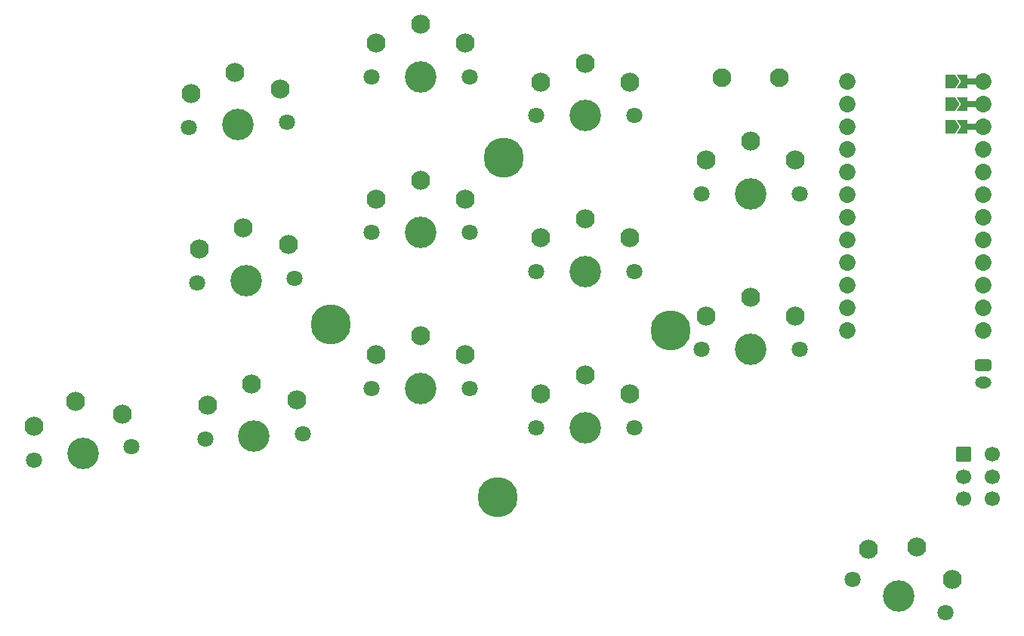
<source format=gbr>
%TF.GenerationSoftware,KiCad,Pcbnew,8.0.5*%
%TF.CreationDate,2024-09-22T11:05:02+10:00*%
%TF.ProjectId,pueo,7075656f-2e6b-4696-9361-645f70636258,0.1*%
%TF.SameCoordinates,Original*%
%TF.FileFunction,Soldermask,Bot*%
%TF.FilePolarity,Negative*%
%FSLAX46Y46*%
G04 Gerber Fmt 4.6, Leading zero omitted, Abs format (unit mm)*
G04 Created by KiCad (PCBNEW 8.0.5) date 2024-09-22 11:05:02*
%MOMM*%
%LPD*%
G01*
G04 APERTURE LIST*
G04 Aperture macros list*
%AMRoundRect*
0 Rectangle with rounded corners*
0 $1 Rounding radius*
0 $2 $3 $4 $5 $6 $7 $8 $9 X,Y pos of 4 corners*
0 Add a 4 corners polygon primitive as box body*
4,1,4,$2,$3,$4,$5,$6,$7,$8,$9,$2,$3,0*
0 Add four circle primitives for the rounded corners*
1,1,$1+$1,$2,$3*
1,1,$1+$1,$4,$5*
1,1,$1+$1,$6,$7*
1,1,$1+$1,$8,$9*
0 Add four rect primitives between the rounded corners*
20,1,$1+$1,$2,$3,$4,$5,0*
20,1,$1+$1,$4,$5,$6,$7,0*
20,1,$1+$1,$6,$7,$8,$9,0*
20,1,$1+$1,$8,$9,$2,$3,0*%
%AMFreePoly0*
4,1,16,0.685355,0.785355,0.700000,0.750000,0.691603,0.722265,0.210093,0.000000,0.691603,-0.722265,0.699029,-0.759806,0.677735,-0.791603,0.650000,-0.800000,-0.500000,-0.800000,-0.535355,-0.785355,-0.550000,-0.750000,-0.550000,0.750000,-0.535355,0.785355,-0.500000,0.800000,0.650000,0.800000,0.685355,0.785355,0.685355,0.785355,$1*%
%AMFreePoly1*
4,1,16,0.535355,0.785355,0.550000,0.750000,0.550000,-0.750000,0.535355,-0.785355,0.500000,-0.800000,-0.500000,-0.800000,-0.535355,-0.785355,-0.541603,-0.777735,-1.041603,-0.027735,-1.049029,0.009806,-1.041603,0.027735,-0.541603,0.777735,-0.509806,0.799029,-0.500000,0.800000,0.500000,0.800000,0.535355,0.785355,0.535355,0.785355,$1*%
G04 Aperture macros list end*
%ADD10C,1.801800*%
%ADD11C,3.529000*%
%ADD12C,2.132000*%
%ADD13RoundRect,0.050000X-0.762000X0.250000X-0.762000X-0.250000X0.762000X-0.250000X0.762000X0.250000X0*%
%ADD14FreePoly0,180.000000*%
%ADD15C,1.852600*%
%ADD16FreePoly1,180.000000*%
%ADD17C,4.500000*%
%ADD18RoundRect,0.270833X-0.654167X0.379167X-0.654167X-0.379167X0.654167X-0.379167X0.654167X0.379167X0*%
%ADD19O,1.850000X1.300000*%
%ADD20C,2.100000*%
%ADD21RoundRect,0.050000X-0.800000X0.800000X-0.800000X-0.800000X0.800000X-0.800000X0.800000X0.800000X0*%
%ADD22C,1.700000*%
G04 APERTURE END LIST*
D10*
%TO.C,S13*%
X187326695Y-103205295D03*
D11*
X192495004Y-105086406D03*
D10*
X197663313Y-106967517D03*
D12*
X189096217Y-99805473D03*
X198493144Y-103225675D03*
X194512923Y-99542220D03*
%TD*%
D10*
%TO.C,S5*%
X133345007Y-81811405D03*
D11*
X138845007Y-81811405D03*
D10*
X144345007Y-81811405D03*
D12*
X133845007Y-78011405D03*
X143845007Y-78011405D03*
X138845007Y-75911405D03*
%TD*%
D10*
%TO.C,S9*%
X151845001Y-68686408D03*
D11*
X157345001Y-68686408D03*
D10*
X162845001Y-68686408D03*
D12*
X152345001Y-64886408D03*
X162345001Y-64886408D03*
X157345001Y-62786408D03*
%TD*%
D10*
%TO.C,S3*%
X113772297Y-69971421D03*
D11*
X119264759Y-69683573D03*
D10*
X124757221Y-69395725D03*
D12*
X114072735Y-66150461D03*
X124059030Y-65627101D03*
X118955977Y-63791659D03*
%TD*%
D10*
%TO.C,S2*%
X114688178Y-87447440D03*
D11*
X120180640Y-87159592D03*
D10*
X125673102Y-86871744D03*
D12*
X114988616Y-83626480D03*
X124974911Y-83103120D03*
X119871858Y-81267678D03*
%TD*%
D13*
%TO.C,MCU1*%
X200620007Y-47341408D03*
D14*
X199670008Y-47341410D03*
D15*
X186725014Y-47341410D03*
X201965003Y-47341412D03*
D14*
X199670007Y-49881408D03*
D15*
X186725007Y-49881409D03*
X201965007Y-49881410D03*
D13*
X200620008Y-49881411D03*
D15*
X186725008Y-52421408D03*
X201965009Y-52421409D03*
D13*
X200620007Y-52421409D03*
D14*
X199670005Y-52421410D03*
D15*
X201965008Y-54961411D03*
X186725007Y-54961411D03*
D16*
X198220007Y-47341409D03*
X198220008Y-49881407D03*
X198220007Y-52421409D03*
D15*
X201965007Y-57501409D03*
X201965007Y-60041408D03*
X201965007Y-62581410D03*
X201965008Y-65121410D03*
X201965007Y-67661407D03*
X201965006Y-70201410D03*
X201965007Y-72741409D03*
X201965000Y-75281408D03*
X186725006Y-57501408D03*
X186725007Y-60041408D03*
X186725007Y-62581410D03*
X186725007Y-65121409D03*
X186725006Y-67661407D03*
X186725005Y-70201409D03*
X186725007Y-72741408D03*
X186725011Y-75281406D03*
%TD*%
D10*
%TO.C,S1*%
X95535255Y-89881810D03*
D11*
X100981722Y-89116358D03*
D10*
X106428189Y-88350906D03*
D12*
X95501524Y-86049201D03*
X105404205Y-84657474D03*
X100160601Y-83273776D03*
%TD*%
D17*
%TO.C,REF\u002A\u002A*%
X128814384Y-74643939D03*
X148193951Y-55929308D03*
X147529015Y-94023506D03*
X166908582Y-75308875D03*
%TD*%
D10*
%TO.C,S10*%
X151845007Y-51186409D03*
D11*
X157345007Y-51186409D03*
D10*
X162845007Y-51186409D03*
D12*
X152345007Y-47386409D03*
X162345007Y-47386409D03*
X157345007Y-45286409D03*
%TD*%
D10*
%TO.C,S4*%
X112856418Y-52495402D03*
D11*
X118348880Y-52207554D03*
D10*
X123841342Y-51919706D03*
D12*
X113156856Y-48674442D03*
X123143151Y-48151082D03*
X118040098Y-46315640D03*
%TD*%
D18*
%TO.C,J6*%
X201919596Y-79136247D03*
D19*
X201919593Y-81136247D03*
%TD*%
D20*
%TO.C,SW16*%
X172605597Y-46874244D03*
X179105597Y-46874244D03*
%TD*%
D10*
%TO.C,S8*%
X151845003Y-86186403D03*
D11*
X157345003Y-86186403D03*
D10*
X162845003Y-86186403D03*
D12*
X152345003Y-82386403D03*
X162345003Y-82386403D03*
X157345003Y-80286403D03*
%TD*%
D10*
%TO.C,S12*%
X170345001Y-59936406D03*
D11*
X175845001Y-59936406D03*
D10*
X181345001Y-59936406D03*
D12*
X170845001Y-56136406D03*
X180845001Y-56136406D03*
X175845001Y-54036406D03*
%TD*%
D10*
%TO.C,S11*%
X170345005Y-77436403D03*
D11*
X175845005Y-77436403D03*
D10*
X181345005Y-77436403D03*
D12*
X170845005Y-73636403D03*
X180845005Y-73636403D03*
X175845005Y-71536403D03*
%TD*%
D10*
%TO.C,S6*%
X133345003Y-64311406D03*
D11*
X138845003Y-64311406D03*
D10*
X144345003Y-64311406D03*
D12*
X133845003Y-60511406D03*
X143845003Y-60511406D03*
X138845003Y-58411406D03*
%TD*%
D10*
%TO.C,S7*%
X133345005Y-46811406D03*
D11*
X138845005Y-46811406D03*
D10*
X144345005Y-46811406D03*
D12*
X133845005Y-43011406D03*
X143845005Y-43011406D03*
X138845005Y-40911406D03*
%TD*%
D21*
%TO.C,on/off*%
X199768600Y-89177738D03*
D22*
X199768593Y-91677739D03*
X199768608Y-94177738D03*
X202968610Y-89177730D03*
X202968605Y-91677738D03*
X202968594Y-94177737D03*
%TD*%
M02*

</source>
